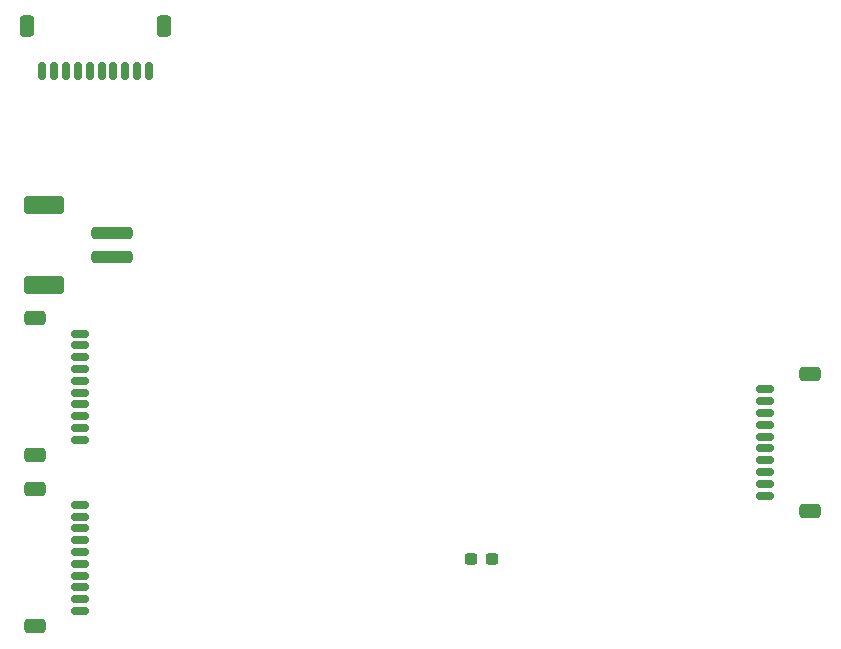
<source format=gtp>
%TF.GenerationSoftware,KiCad,Pcbnew,9.0.6*%
%TF.CreationDate,2025-11-05T04:43:16-08:00*%
%TF.ProjectId,D1R32InterfaceShield,44315233-3249-46e7-9465-726661636553,1.0*%
%TF.SameCoordinates,Original*%
%TF.FileFunction,Paste,Top*%
%TF.FilePolarity,Positive*%
%FSLAX46Y46*%
G04 Gerber Fmt 4.6, Leading zero omitted, Abs format (unit mm)*
G04 Created by KiCad (PCBNEW 9.0.6) date 2025-11-05 04:43:16*
%MOMM*%
%LPD*%
G01*
G04 APERTURE LIST*
G04 Aperture macros list*
%AMRoundRect*
0 Rectangle with rounded corners*
0 $1 Rounding radius*
0 $2 $3 $4 $5 $6 $7 $8 $9 X,Y pos of 4 corners*
0 Add a 4 corners polygon primitive as box body*
4,1,4,$2,$3,$4,$5,$6,$7,$8,$9,$2,$3,0*
0 Add four circle primitives for the rounded corners*
1,1,$1+$1,$2,$3*
1,1,$1+$1,$4,$5*
1,1,$1+$1,$6,$7*
1,1,$1+$1,$8,$9*
0 Add four rect primitives between the rounded corners*
20,1,$1+$1,$2,$3,$4,$5,0*
20,1,$1+$1,$4,$5,$6,$7,0*
20,1,$1+$1,$6,$7,$8,$9,0*
20,1,$1+$1,$8,$9,$2,$3,0*%
G04 Aperture macros list end*
%ADD10RoundRect,0.150000X-0.625000X0.150000X-0.625000X-0.150000X0.625000X-0.150000X0.625000X0.150000X0*%
%ADD11RoundRect,0.250000X-0.650000X0.350000X-0.650000X-0.350000X0.650000X-0.350000X0.650000X0.350000X0*%
%ADD12RoundRect,0.150000X0.625000X-0.150000X0.625000X0.150000X-0.625000X0.150000X-0.625000X-0.150000X0*%
%ADD13RoundRect,0.250000X0.650000X-0.350000X0.650000X0.350000X-0.650000X0.350000X-0.650000X-0.350000X0*%
%ADD14RoundRect,0.150000X0.150000X0.625000X-0.150000X0.625000X-0.150000X-0.625000X0.150000X-0.625000X0*%
%ADD15RoundRect,0.250000X0.350000X0.650000X-0.350000X0.650000X-0.350000X-0.650000X0.350000X-0.650000X0*%
%ADD16RoundRect,0.237500X-0.300000X-0.237500X0.300000X-0.237500X0.300000X0.237500X-0.300000X0.237500X0*%
%ADD17RoundRect,0.250000X-1.500000X0.250000X-1.500000X-0.250000X1.500000X-0.250000X1.500000X0.250000X0*%
%ADD18RoundRect,0.250001X-1.449999X0.499999X-1.449999X-0.499999X1.449999X-0.499999X1.449999X0.499999X0*%
G04 APERTURE END LIST*
D10*
%TO.C,J7*%
X126860000Y-113390000D03*
X126860000Y-112390000D03*
X126860000Y-111390000D03*
X126860000Y-110390000D03*
X126860000Y-109390000D03*
X126860000Y-108390000D03*
X126860000Y-107390000D03*
X126860000Y-106390000D03*
X126860000Y-105390000D03*
X126860000Y-104390000D03*
D11*
X122985000Y-103090000D03*
X122985000Y-114690000D03*
%TD*%
D10*
%TO.C,J6*%
X126860000Y-127890000D03*
X126860000Y-126890000D03*
X126860000Y-125890000D03*
X126860000Y-124890000D03*
X126860000Y-123890000D03*
X126860000Y-122890000D03*
X126860000Y-121890000D03*
X126860000Y-120890000D03*
X126860000Y-119890000D03*
X126860000Y-118890000D03*
D11*
X122985000Y-117590000D03*
X122985000Y-129190000D03*
%TD*%
D12*
%TO.C,J4*%
X184810000Y-118110000D03*
X184810000Y-117110000D03*
X184810000Y-116110000D03*
X184810000Y-115110000D03*
X184810000Y-114110000D03*
X184810000Y-113110000D03*
X184810000Y-112110000D03*
X184810000Y-111110000D03*
X184810000Y-110110000D03*
X184810000Y-109110000D03*
D13*
X188685000Y-119410000D03*
X188685000Y-107810000D03*
%TD*%
D14*
%TO.C,J5*%
X132660000Y-82190000D03*
X131660000Y-82190000D03*
X130660000Y-82190000D03*
X129660000Y-82190000D03*
X128660000Y-82190000D03*
X127660000Y-82190000D03*
X126660000Y-82190000D03*
X125660000Y-82190000D03*
X124660000Y-82190000D03*
X123660000Y-82190000D03*
D15*
X133960000Y-78315000D03*
X122360000Y-78315000D03*
%TD*%
D16*
%TO.C,C2*%
X159977500Y-123500000D03*
X161702500Y-123500000D03*
%TD*%
D17*
%TO.C,VDD*%
X129510000Y-95890000D03*
X129510000Y-97890000D03*
D18*
X123760000Y-93540000D03*
X123760000Y-100240000D03*
%TD*%
M02*

</source>
